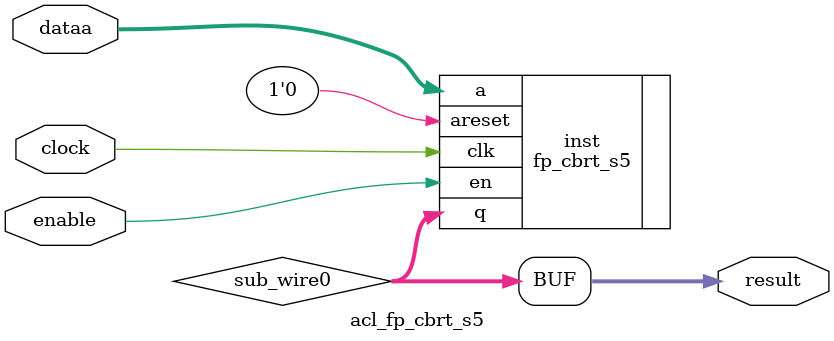
<source format=v>
`timescale 1 ps / 1 ps
module acl_fp_cbrt_s5 (
	enable,
	clock,
	dataa,
	result);

	input	  enable;
	input	  clock;
	input	[31:0]  dataa;
	output	[31:0]  result;

	wire [31:0] sub_wire0;
	wire [31:0] result = sub_wire0[31:0];

	fp_cbrt_s5	inst(
				.clk(clock),
        .en(enable),
				.areset(1'b0),
				.a (dataa),
				.q (sub_wire0));

endmodule

</source>
